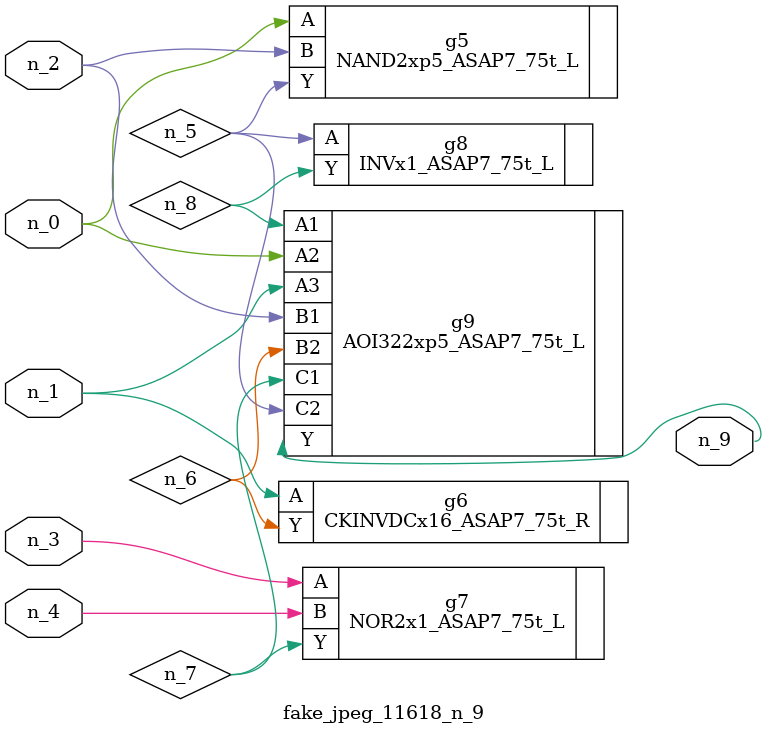
<source format=v>
module fake_jpeg_11618_n_9 (n_3, n_2, n_1, n_0, n_4, n_9);

input n_3;
input n_2;
input n_1;
input n_0;
input n_4;

output n_9;

wire n_8;
wire n_6;
wire n_5;
wire n_7;

NAND2xp5_ASAP7_75t_L g5 ( 
.A(n_0),
.B(n_2),
.Y(n_5)
);

CKINVDCx16_ASAP7_75t_R g6 ( 
.A(n_1),
.Y(n_6)
);

NOR2x1_ASAP7_75t_L g7 ( 
.A(n_3),
.B(n_4),
.Y(n_7)
);

INVx1_ASAP7_75t_L g8 ( 
.A(n_5),
.Y(n_8)
);

AOI322xp5_ASAP7_75t_L g9 ( 
.A1(n_8),
.A2(n_0),
.A3(n_1),
.B1(n_2),
.B2(n_6),
.C1(n_7),
.C2(n_5),
.Y(n_9)
);


endmodule
</source>
